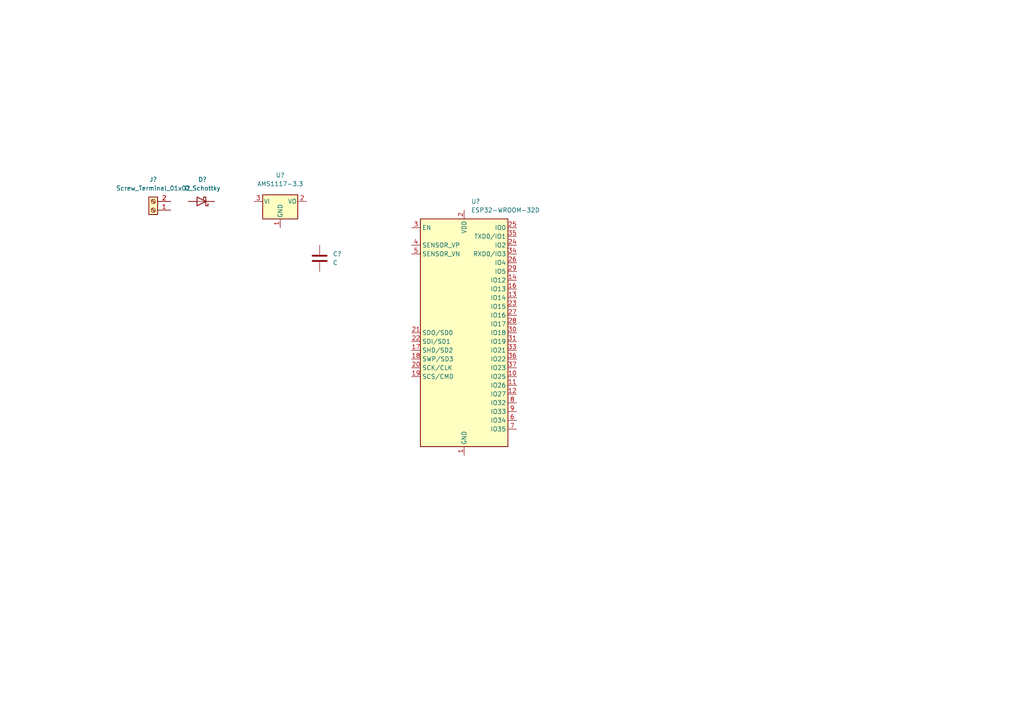
<source format=kicad_sch>
(kicad_sch (version 20211123) (generator eeschema)
  (paper "A4")
  (lib_symbols
    (symbol "Connector:Screw_Terminal_01x02" (pin_names (offset 1.016) hide)
      (property "Reference" "J" (at 0 2.54 0))
      (property "Value" "Screw_Terminal_01x02" (at 0 -5.08 0))
      (symbol "Screw_Terminal_01x02_1_1"
        (rectangle (start -1.27 1.27) (end 1.27 -3.81) (stroke (width 0.254)) (fill (type background)))
        (circle (center 0 -2.54) (radius 0.635) (stroke (width 0.1524)))
        (polyline (pts (xy -0.5334 -2.2098) (xy 0.3302 -3.048)) (stroke (width 0.1524)))
        (polyline (pts (xy -0.5334 0.3302) (xy 0.3302 -0.508)) (stroke (width 0.1524)))
        (polyline (pts (xy -0.3556 -2.032) (xy 0.508 -2.8702)) (stroke (width 0.1524)))
        (polyline (pts (xy -0.3556 0.508) (xy 0.508 -0.3302)) (stroke (width 0.1524)))
        (circle (center 0 0) (radius 0.635) (stroke (width 0.1524)))
        (pin passive line (at -5.08 0 0) (length 3.81) (name "Pin_1") (number "1"))
        (pin passive line (at -5.08 -2.54 0) (length 3.81) (name "Pin_2") (number "2"))
      )
    )
    (symbol "Device:C" (pin_numbers hide) (pin_names (offset 0.254))
      (property "Reference" "C" (at 0.635 2.54 0))
      (property "Value" "C" (at 0.635 -2.54 0))
      (symbol "C_0_1"
        (polyline (pts (xy -2.032 -0.762) (xy 2.032 -0.762)) (stroke (width 0.508)))
        (polyline (pts (xy -2.032 0.762) (xy 2.032 0.762)) (stroke (width 0.508)))
      )
      (symbol "C_1_1"
        (pin passive line (at 0 3.81 270) (length 2.794) (name "~") (number "1"))
        (pin passive line (at 0 -3.81 90) (length 2.794) (name "~") (number "2"))
      )
    )
    (symbol "Device:D_Schottky" (pin_numbers hide) (pin_names (offset 1.016) hide)
      (property "Reference" "D" (at 0 2.54 0))
      (property "Value" "D_Schottky" (at 0 -2.54 0))
      (symbol "D_Schottky_0_1"
        (polyline (pts (xy 1.27 0) (xy -1.27 0)))
        (polyline (pts (xy 1.27 1.27) (xy 1.27 -1.27) (xy -1.27 0) (xy 1.27 1.27)) (stroke (width 0.254)))
        (polyline (pts (xy -1.905 0.635) (xy -1.905 1.27) (xy -1.27 1.27) (xy -1.27 -1.27) (xy -0.635 -1.27) (xy -0.635 -0.635)) (stroke (width 0.254)))
      )
      (symbol "D_Schottky_1_1"
        (pin passive line (at -3.81 0 0) (length 2.54) (name "K") (number "1"))
        (pin passive line (at 3.81 0 180) (length 2.54) (name "A") (number "2"))
      )
    )
    (symbol "RF_Module:ESP32-WROOM-32D"
      (property "Reference" "U" (at -12.7 34.29 0))
      (property "Value" "ESP32-WROOM-32D" (at 1.27 34.29 0))
      (symbol "ESP32-WROOM-32D_0_1"
        (rectangle (start -12.7 33.02) (end 12.7 -33.02) (stroke (width 0.254)) (fill (type background)))
      )
      (symbol "ESP32-WROOM-32D_1_1"
        (pin power_in line (at 0 -35.56 90) (length 2.54) (name "GND") (number "1"))
        (pin bidirectional line (at 15.24 -12.7 180) (length 2.54) (name "IO25") (number "10"))
        (pin bidirectional line (at 15.24 -15.24 180) (length 2.54) (name "IO26") (number "11"))
        (pin bidirectional line (at 15.24 -17.78 180) (length 2.54) (name "IO27") (number "12"))
        (pin bidirectional line (at 15.24 10.16 180) (length 2.54) (name "IO14") (number "13"))
        (pin bidirectional line (at 15.24 15.24 180) (length 2.54) (name "IO12") (number "14"))
        (pin passive line (at 0 -35.56 90) (length 2.54) hide (name "GND") (number "15"))
        (pin bidirectional line (at 15.24 12.7 180) (length 2.54) (name "IO13") (number "16"))
        (pin bidirectional line (at -15.24 -5.08 0) (length 2.54) (name "SHD/SD2") (number "17"))
        (pin bidirectional line (at -15.24 -7.62 0) (length 2.54) (name "SWP/SD3") (number "18"))
        (pin bidirectional line (at -15.24 -12.7 0) (length 2.54) (name "SCS/CMD") (number "19"))
        (pin power_in line (at 0 35.56 270) (length 2.54) (name "VDD") (number "2"))
        (pin bidirectional line (at -15.24 -10.16 0) (length 2.54) (name "SCK/CLK") (number "20"))
        (pin bidirectional line (at -15.24 0 0) (length 2.54) (name "SDO/SD0") (number "21"))
        (pin bidirectional line (at -15.24 -2.54 0) (length 2.54) (name "SDI/SD1") (number "22"))
        (pin bidirectional line (at 15.24 7.62 180) (length 2.54) (name "IO15") (number "23"))
        (pin bidirectional line (at 15.24 25.4 180) (length 2.54) (name "IO2") (number "24"))
        (pin bidirectional line (at 15.24 30.48 180) (length 2.54) (name "IO0") (number "25"))
        (pin bidirectional line (at 15.24 20.32 180) (length 2.54) (name "IO4") (number "26"))
        (pin bidirectional line (at 15.24 5.08 180) (length 2.54) (name "IO16") (number "27"))
        (pin bidirectional line (at 15.24 2.54 180) (length 2.54) (name "IO17") (number "28"))
        (pin bidirectional line (at 15.24 17.78 180) (length 2.54) (name "IO5") (number "29"))
        (pin input line (at -15.24 30.48 0) (length 2.54) (name "EN") (number "3"))
        (pin bidirectional line (at 15.24 0 180) (length 2.54) (name "IO18") (number "30"))
        (pin bidirectional line (at 15.24 -2.54 180) (length 2.54) (name "IO19") (number "31"))
        (pin no_connect line (at -12.7 -27.94 0) (length 2.54) hide (name "NC") (number "32"))
        (pin bidirectional line (at 15.24 -5.08 180) (length 2.54) (name "IO21") (number "33"))
        (pin bidirectional line (at 15.24 22.86 180) (length 2.54) (name "RXD0/IO3") (number "34"))
        (pin bidirectional line (at 15.24 27.94 180) (length 2.54) (name "TXD0/IO1") (number "35"))
        (pin bidirectional line (at 15.24 -7.62 180) (length 2.54) (name "IO22") (number "36"))
        (pin bidirectional line (at 15.24 -10.16 180) (length 2.54) (name "IO23") (number "37"))
        (pin passive line (at 0 -35.56 90) (length 2.54) hide (name "GND") (number "38"))
        (pin passive line (at 0 -35.56 90) (length 2.54) hide (name "GND") (number "39"))
        (pin input line (at -15.24 25.4 0) (length 2.54) (name "SENSOR_VP") (number "4"))
        (pin input line (at -15.24 22.86 0) (length 2.54) (name "SENSOR_VN") (number "5"))
        (pin input line (at 15.24 -25.4 180) (length 2.54) (name "IO34") (number "6"))
        (pin input line (at 15.24 -27.94 180) (length 2.54) (name "IO35") (number "7"))
        (pin bidirectional line (at 15.24 -20.32 180) (length 2.54) (name "IO32") (number "8"))
        (pin bidirectional line (at 15.24 -22.86 180) (length 2.54) (name "IO33") (number "9"))
      )
    )
    (symbol "Regulator_Linear:AMS1117-3.3" (pin_names (offset 0.254))
      (property "Reference" "U" (at -3.81 3.175 0))
      (property "Value" "AMS1117-3.3" (at 0 3.175 0))
      (symbol "AMS1117-3.3_0_1"
        (rectangle (start -5.08 -5.08) (end 5.08 1.905) (stroke (width 0.254)) (fill (type background)))
      )
      (symbol "AMS1117-3.3_1_1"
        (pin power_in line (at 0 -7.62 90) (length 2.54) (name "GND") (number "1"))
        (pin power_out line (at 7.62 0 180) (length 2.54) (name "VO") (number "2"))
        (pin power_in line (at -7.62 0 0) (length 2.54) (name "VI") (number "3"))
      )
    )
  )
  (symbol (lib_id "Regulator_Linear:AMS1117-3.3") (at 81.28 58.42 0) (unit 1)
    (property "Reference" "U?" (at 81.28 50.8 0))
    (property "Value" "AMS1117-3.3" (at 81.28 53.34 0))
    (property "Footprint" "Package_TO_SOT_SMD:SOT-223-3_TabPin2" (effects hide))
    (property "Datasheet" "http://www.advanced-monolithic.com/pdf/ds1117.pdf" (effects hide))
  )
  (symbol (lib_id "Device:D_Schottky") (at 58.42 58.42 180) (unit 1)
    (property "Reference" "D?" (at 58.7375 52.07 0))
    (property "Value" "D_Schottky" (at 58.7375 54.61 0))
  )
  (symbol (lib_id "RF_Module:ESP32-WROOM-32D") (at 134.62 96.52 0) (unit 1)
    (property "Reference" "U?" (at 136.6394 58.42 0) (effects (justify left)))
    (property "Value" "ESP32-WROOM-32D" (at 136.6394 60.96 0) (effects (justify left)))
    (property "Footprint" "RF_Module:ESP32-WROOM-32" (effects hide))
    (property "Datasheet" "https://www.espressif.com/sites/default/files/documentation/esp32-wroom-32d_esp32-wroom-32u_datasheet_en.pdf" (effects hide))
  )
  (symbol (lib_id "Connector:Screw_Terminal_01x02") (at 44.45 60.96 180) (unit 1)
    (property "Reference" "J?" (at 44.45 52.07 0))
    (property "Value" "Screw_Terminal_01x02" (at 44.45 54.61 0))
  )
  (symbol (lib_id "Device:C") (at 92.71 74.93 0) (unit 1)
    (property "Reference" "C?" (at 96.52 73.6599 0) (effects (justify left)))
    (property "Value" "C" (at 96.52 76.1999 0) (effects (justify left)))
  )
)
</source>
